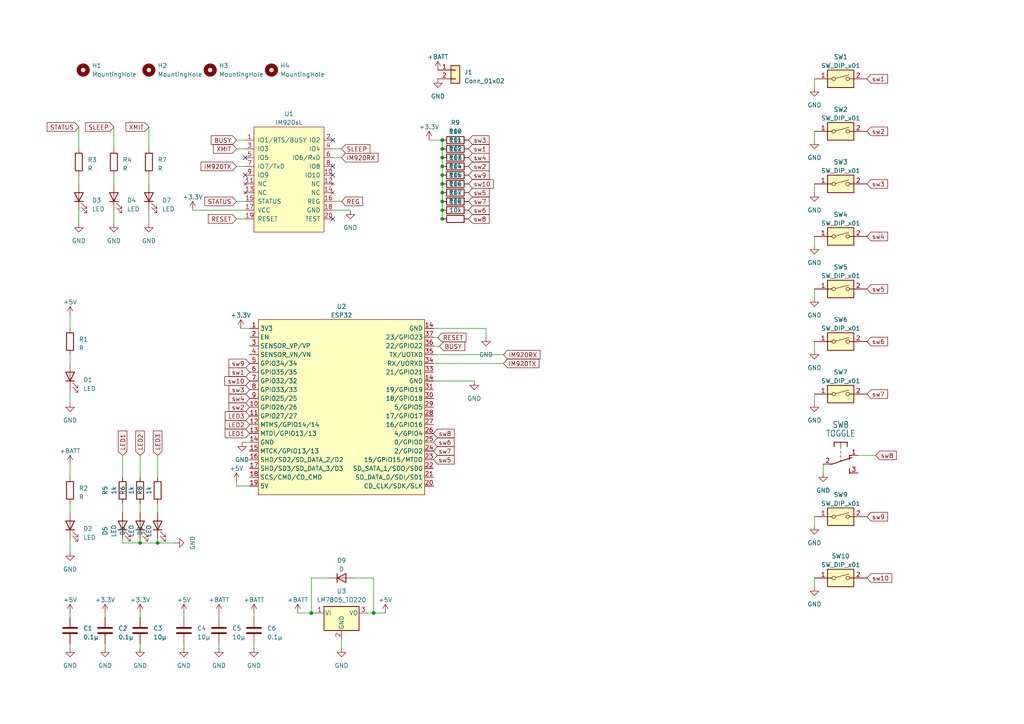
<source format=kicad_sch>
(kicad_sch (version 20230121) (generator eeschema)
  (paper "A4")
  (lib_symbols
    (symbol "Connector_Generic:Conn_01x02" (pin_names (offset 1.016) hide)
      (property "Reference" "J" (at 0 2.54 0))
      (property "Value" "Conn_01x02" (at 0 -5.08 0))
      (symbol "Conn_01x02_1_1"
        (rectangle (start -1.27 -2.413) (end 0 -2.667) (stroke (width 0.1524)))
        (rectangle (start -1.27 0.127) (end 0 -0.127) (stroke (width 0.1524)))
        (rectangle (start -1.27 1.27) (end 1.27 -3.81) (stroke (width 0.254)) (fill (type background)))
        (pin passive line (at -5.08 0 0) (length 3.81) (name "Pin_1") (number "1"))
        (pin passive line (at -5.08 -2.54 0) (length 3.81) (name "Pin_2") (number "2"))
      )
    )
    (symbol "Device:C" (pin_numbers hide) (pin_names (offset 0.254))
      (property "Reference" "C" (at 0.635 2.54 0))
      (property "Value" "C" (at 0.635 -2.54 0))
      (symbol "C_0_1"
        (polyline (pts (xy -2.032 -0.762) (xy 2.032 -0.762)) (stroke (width 0.508)))
        (polyline (pts (xy -2.032 0.762) (xy 2.032 0.762)) (stroke (width 0.508)))
      )
      (symbol "C_1_1"
        (pin passive line (at 0 3.81 270) (length 2.794) (name "~") (number "1"))
        (pin passive line (at 0 -3.81 90) (length 2.794) (name "~") (number "2"))
      )
    )
    (symbol "Device:D" (pin_numbers hide) (pin_names (offset 1.016) hide)
      (property "Reference" "D" (at 0 2.54 0))
      (property "Value" "D" (at 0 -2.54 0))
      (symbol "D_0_1"
        (polyline (pts (xy -1.27 1.27) (xy -1.27 -1.27)) (stroke (width 0.254)))
        (polyline (pts (xy 1.27 0) (xy -1.27 0)))
        (polyline (pts (xy 1.27 1.27) (xy 1.27 -1.27) (xy -1.27 0) (xy 1.27 1.27)) (stroke (width 0.254)))
      )
      (symbol "D_1_1"
        (pin passive line (at -3.81 0 0) (length 2.54) (name "K") (number "1"))
        (pin passive line (at 3.81 0 180) (length 2.54) (name "A") (number "2"))
      )
    )
    (symbol "Device:LED" (pin_numbers hide) (pin_names (offset 1.016) hide)
      (property "Reference" "D" (at 0 2.54 0))
      (property "Value" "LED" (at 0 -2.54 0))
      (symbol "LED_0_1"
        (polyline (pts (xy -1.27 -1.27) (xy -1.27 1.27)) (stroke (width 0.254)))
        (polyline (pts (xy -1.27 0) (xy 1.27 0)))
        (polyline (pts (xy 1.27 -1.27) (xy 1.27 1.27) (xy -1.27 0) (xy 1.27 -1.27)) (stroke (width 0.254)))
        (polyline (pts (xy -3.048 -0.762) (xy -4.572 -2.286) (xy -3.81 -2.286) (xy -4.572 -2.286) (xy -4.572 -1.524)))
        (polyline (pts (xy -1.778 -0.762) (xy -3.302 -2.286) (xy -2.54 -2.286) (xy -3.302 -2.286) (xy -3.302 -1.524)))
      )
      (symbol "LED_1_1"
        (pin passive line (at -3.81 0 0) (length 2.54) (name "K") (number "1"))
        (pin passive line (at 3.81 0 180) (length 2.54) (name "A") (number "2"))
      )
    )
    (symbol "Device:R" (pin_numbers hide) (pin_names (offset 0))
      (property "Reference" "R" (at 2.032 0 90))
      (property "Value" "R" (at 0 0 90))
      (symbol "R_0_1"
        (rectangle (start -1.016 -2.54) (end 1.016 2.54) (stroke (width 0.254)))
      )
      (symbol "R_1_1"
        (pin passive line (at 0 3.81 270) (length 1.27) (name "~") (number "1"))
        (pin passive line (at 0 -3.81 90) (length 1.27) (name "~") (number "2"))
      )
    )
    (symbol "ESP32:ESP32"
      (property "Reference" "U" (at 0 0 0))
      (property "Value" "ESP32" (at 0 0 0))
      (symbol "ESP32_1_1"
        (rectangle (start -24.13 24.13) (end 24.13 -26.67) (fill (type background)))
        (pin power_out line (at -26.67 21.59 0) (length 2.54) (name "3V3") (number "1"))
        (pin bidirectional line (at -26.67 -1.27 0) (length 2.54) (name "GPIO26/26") (number "10"))
        (pin bidirectional line (at -26.67 -3.81 0) (length 2.54) (name "GPIO27/27") (number "11"))
        (pin bidirectional line (at -26.67 -6.35 0) (length 2.54) (name "MTMS/GPIO14/14") (number "12"))
        (pin bidirectional line (at -26.67 -8.89 0) (length 2.54) (name "MTDI/GPIO13/13") (number "13"))
        (pin power_out line (at -26.67 -11.43 0) (length 2.54) (name "GND") (number "14"))
        (pin power_out line (at 26.67 6.35 180) (length 2.54) (name "GND") (number "14"))
        (pin power_out line (at 26.67 21.59 180) (length 2.54) (name "GND") (number "14"))
        (pin bidirectional line (at -26.67 -13.97 0) (length 2.54) (name "MTCK/GPIO13/13") (number "15"))
        (pin bidirectional line (at -26.67 -16.51 0) (length 2.54) (name "SHD/SD2/SD_DATA_2/D2") (number "16"))
        (pin bidirectional line (at -26.67 -19.05 0) (length 2.54) (name "SHD/SD3/SD_DATA_3/D3") (number "17"))
        (pin bidirectional line (at -26.67 -21.59 0) (length 2.54) (name "SCS/CMD/CD_CMD") (number "18"))
        (pin power_out line (at -26.67 -24.13 0) (length 2.54) (name "5V") (number "19"))
        (pin input line (at -26.67 19.05 0) (length 2.54) (name "EN") (number "2"))
        (pin bidirectional line (at 26.67 -24.13 180) (length 2.54) (name "CD_CLK/SDK/SLK") (number "20"))
        (pin bidirectional line (at 26.67 -21.59 180) (length 2.54) (name "SD_DATA_0/SDI/SD1") (number "21"))
        (pin bidirectional line (at 26.67 -19.05 180) (length 2.54) (name "SD_SATA_1/SDO/SD0") (number "22"))
        (pin bidirectional line (at 26.67 -16.51 180) (length 2.54) (name "15/GPIO15/MTDO") (number "23"))
        (pin bidirectional line (at 26.67 -13.97 180) (length 2.54) (name "2/GPIO2") (number "24"))
        (pin bidirectional line (at 26.67 -11.43 180) (length 2.54) (name "0/GPIO0") (number "25"))
        (pin bidirectional line (at 26.67 -8.89 180) (length 2.54) (name "4/GPIO4") (number "26"))
        (pin bidirectional line (at 26.67 -6.35 180) (length 2.54) (name "16/GPIO16") (number "27"))
        (pin bidirectional line (at 26.67 -3.81 180) (length 2.54) (name "17/GPIO17") (number "28"))
        (pin bidirectional line (at 26.67 -1.27 180) (length 2.54) (name "5/GPIO5") (number "29"))
        (pin input line (at -26.67 16.51 0) (length 2.54) (name "SENSOR_VP/VP") (number "3"))
        (pin bidirectional line (at 26.67 1.27 180) (length 2.54) (name "18/GPIO18") (number "30"))
        (pin bidirectional line (at 26.67 3.81 180) (length 2.54) (name "19/GPIO19") (number "31"))
        (pin bidirectional line (at 26.67 8.89 180) (length 2.54) (name "21/GPIO21") (number "33"))
        (pin bidirectional line (at 26.67 11.43 180) (length 2.54) (name "RX/UORXD") (number "34"))
        (pin bidirectional line (at 26.67 13.97 180) (length 2.54) (name "TX/UOTXD") (number "35"))
        (pin bidirectional line (at 26.67 16.51 180) (length 2.54) (name "22/GPIO22") (number "36"))
        (pin bidirectional line (at 26.67 19.05 180) (length 2.54) (name "23/GPIO23") (number "37"))
        (pin input line (at -26.67 13.97 0) (length 2.54) (name "SENSOR_VN/VN") (number "4"))
        (pin bidirectional line (at -26.67 11.43 0) (length 2.54) (name "GPIO34/34") (number "5"))
        (pin bidirectional line (at -26.67 8.89 0) (length 2.54) (name "GPIO35/35") (number "6"))
        (pin bidirectional line (at -26.67 6.35 0) (length 2.54) (name "GPIO32/32") (number "7"))
        (pin bidirectional line (at -26.67 3.81 0) (length 2.54) (name "GPIO33/33") (number "8"))
        (pin bidirectional line (at -26.67 1.27 0) (length 2.54) (name "GPIO25/25") (number "9"))
      )
    )
    (symbol "Mechanical:MountingHole" (pin_names (offset 1.016))
      (property "Reference" "H" (at 0 5.08 0))
      (property "Value" "MountingHole" (at 0 3.175 0))
      (symbol "MountingHole_0_1"
        (circle (center 0 0) (radius 1.27) (stroke (width 1.27)))
      )
    )
    (symbol "Regulator_Linear:LM7805_TO220" (pin_names (offset 0.254))
      (property "Reference" "U" (at -3.81 3.175 0))
      (property "Value" "LM7805_TO220" (at 0 3.175 0))
      (symbol "LM7805_TO220_0_1"
        (rectangle (start -5.08 1.905) (end 5.08 -5.08) (stroke (width 0.254)) (fill (type background)))
      )
      (symbol "LM7805_TO220_1_1"
        (pin power_in line (at -7.62 0 0) (length 2.54) (name "VI") (number "1"))
        (pin power_in line (at 0 -7.62 90) (length 2.54) (name "GND") (number "2"))
        (pin power_out line (at 7.62 0 180) (length 2.54) (name "VO") (number "3"))
      )
    )
    (symbol "Switch:SW_DIP_x01" (pin_names (offset 0) hide)
      (property "Reference" "SW" (at 0 3.81 0))
      (property "Value" "SW_DIP_x01" (at 0 -3.81 0))
      (symbol "SW_DIP_x01_0_0"
        (circle (center -2.032 0) (radius 0.508))
        (polyline (pts (xy -1.524 0.127) (xy 2.3622 1.1684)))
        (circle (center 2.032 0) (radius 0.508))
      )
      (symbol "SW_DIP_x01_0_1"
        (rectangle (start -3.81 2.54) (end 3.81 -2.54) (stroke (width 0.254)) (fill (type background)))
      )
      (symbol "SW_DIP_x01_1_1"
        (pin passive line (at -7.62 0 0) (length 5.08) (name "~") (number "1"))
        (pin passive line (at 7.62 0 180) (length 5.08) (name "~") (number "2"))
      )
    )
    (symbol "interplan:IM920sL" (pin_names (offset 1.016))
      (property "Reference" "U" (at 0 15.24 0))
      (property "Value" "IM920sL" (at 0 -17.78 0))
      (symbol "IM920sL_0_1"
        (rectangle (start -10.16 13.97) (end 10.16 -16.51) (fill (type background)))
      )
      (symbol "IM920sL_1_1"
        (pin input line (at -12.7 10.16 0) (length 2.54) (name "IO1/RTS/BUSY") (number "1"))
        (pin input line (at 12.7 0 180) (length 2.54) (name "IO10") (number "10"))
        (pin no_connect line (at -12.7 -2.54 0) (length 2.54) (name "NC") (number "11"))
        (pin no_connect line (at 12.7 -2.54 180) (length 2.54) (name "NC") (number "12"))
        (pin no_connect line (at -12.7 -5.08 0) (length 2.54) (name "NC") (number "13"))
        (pin no_connect line (at 12.7 -5.08 180) (length 2.54) (name "NC") (number "14"))
        (pin input line (at -12.7 -7.62 0) (length 2.54) (name "STATUS") (number "15"))
        (pin input line (at 12.7 -7.62 180) (length 2.54) (name "REG") (number "16"))
        (pin input line (at -12.7 -10.16 0) (length 2.54) (name "VCC") (number "17"))
        (pin input line (at 12.7 -10.16 180) (length 2.54) (name "GND") (number "18"))
        (pin input line (at -12.7 -12.7 0) (length 2.54) (name "RESET") (number "19"))
        (pin input line (at 12.7 10.16 180) (length 2.54) (name "IO2") (number "2"))
        (pin input line (at 12.7 -12.7 180) (length 2.54) (name "TEST") (number "20"))
        (pin input line (at -12.7 7.62 0) (length 2.54) (name "IO3") (number "3"))
        (pin input line (at 12.7 7.62 180) (length 2.54) (name "IO4") (number "4"))
        (pin input line (at -12.7 5.08 0) (length 2.54) (name "IO5") (number "5"))
        (pin input line (at 12.7 5.08 180) (length 2.54) (name "IO6/RxD") (number "6"))
        (pin input line (at -12.7 2.54 0) (length 2.54) (name "IO7/TxD") (number "7"))
        (pin input line (at 12.7 2.54 180) (length 2.54) (name "IO8") (number "8"))
        (pin input line (at -12.7 0 0) (length 2.54) (name "IO9") (number "9"))
      )
    )
    (symbol "power:+3.3V" (power) (pin_names (offset 0))
      (property "Value" "+3.3V" (at 0 3.556 0))
      (symbol "+3.3V_0_1"
        (polyline (pts (xy -0.762 1.27) (xy 0 2.54)))
        (polyline (pts (xy 0 0) (xy 0 2.54)))
        (polyline (pts (xy 0 2.54) (xy 0.762 1.27)))
      )
      (symbol "+3.3V_1_1"
        (pin power_in line (at 0 0 90) (length 0) hide (name "+3.3V") (number "1"))
      )
    )
    (symbol "power:+5V" (power) (pin_names (offset 0))
      (property "Value" "+5V" (at 0 3.556 0))
      (symbol "+5V_0_1"
        (polyline (pts (xy -0.762 1.27) (xy 0 2.54)))
        (polyline (pts (xy 0 0) (xy 0 2.54)))
        (polyline (pts (xy 0 2.54) (xy 0.762 1.27)))
      )
      (symbol "+5V_1_1"
        (pin power_in line (at 0 0 90) (length 0) hide (name "+5V") (number "1"))
      )
    )
    (symbol "power:+BATT" (power) (pin_names (offset 0))
      (property "Value" "+BATT" (at 0 3.556 0))
      (symbol "+BATT_0_1"
        (polyline (pts (xy -0.762 1.27) (xy 0 2.54)))
        (polyline (pts (xy 0 0) (xy 0 2.54)))
        (polyline (pts (xy 0 2.54) (xy 0.762 1.27)))
      )
      (symbol "+BATT_1_1"
        (pin power_in line (at 0 0 90) (length 0) hide (name "+BATT") (number "1"))
      )
    )
    (symbol "power:GND" (power) (pin_names (offset 0))
      (property "Value" "GND" (at 0 -3.81 0))
      (symbol "GND_0_1"
        (polyline (pts (xy 0 0) (xy 0 -1.27) (xy 1.27 -1.27) (xy 0 -2.54) (xy -1.27 -1.27) (xy 0 -1.27)))
      )
      (symbol "GND_1_1"
        (pin power_in line (at 0 0 270) (length 0) hide (name "GND") (number "1"))
      )
    )
    (symbol "s-ken:TOGGLE"
      (property "Reference" "SW" (at -6.731 -2.667 90))
      (property "Value" "TOGGLE" (at 4.953 -5.08 90))
      (symbol "TOGGLE_1_0"
        (polyline (pts (xy -6.35 -1.905) (xy -5.08 -1.905)) (stroke (width 0.254)))
        (polyline (pts (xy -6.35 0) (xy -6.35 -1.905)) (stroke (width 0.254)))
        (polyline (pts (xy -6.35 0) (xy -4.445 0)) (stroke (width 0.1524)))
        (polyline (pts (xy -6.35 1.905) (xy -6.35 0)) (stroke (width 0.254)))
        (polyline (pts (xy -6.35 1.905) (xy -5.08 1.905)) (stroke (width 0.254)))
        (polyline (pts (xy -3.175 0) (xy -3.81 0)) (stroke (width 0.1524)))
        (polyline (pts (xy -2.54 2.54) (xy -2.54 3.175)) (stroke (width 0.254)))
        (polyline (pts (xy -2.54 2.54) (xy -1.27 2.54)) (stroke (width 0.254)))
        (polyline (pts (xy -1.905 0) (xy -2.54 0)) (stroke (width 0.1524)))
        (polyline (pts (xy -0.889 0) (xy -1.27 0)) (stroke (width 0.1524)))
        (polyline (pts (xy 0 -3.175) (xy 0 -2.54)) (stroke (width 0.254)))
        (polyline (pts (xy 0 -2.54) (xy -1.905 3.175)) (stroke (width 0.254)))
        (polyline (pts (xy 1.27 2.54) (xy 2.54 2.54)) (stroke (width 0.254)))
        (polyline (pts (xy 2.54 2.54) (xy 2.54 3.175)) (stroke (width 0.254)))
        (pin passive line (at -2.54 5.08 270) (length 2.54) (name "O") (number "1"))
        (pin passive line (at 0 -5.08 90) (length 2.54) (name "P") (number "2"))
        (pin passive line (at 2.54 5.08 270) (length 2.54) (name "S") (number "3"))
      )
    )
  )
  (junction (at 128.27 50.8))
  (junction (at 128.27 58.42))
  (junction (at 128.27 43.18))
  (junction (at 45.72 157.48))
  (junction (at 40.64 157.48))
  (junction (at 128.27 63.5))
  (junction (at 128.27 60.96))
  (junction (at 128.27 53.34))
  (junction (at 90.3116 177.8))
  (junction (at 128.27 45.72))
  (junction (at 108.3834 177.8))
  (junction (at 128.27 55.88))
  (junction (at 128.27 40.64))
  (junction (at 128.27 48.26))
  (no_connect (at 71.12 45.72))
  (no_connect (at 96.52 63.5))
  (no_connect (at 71.12 50.8))
  (no_connect (at 96.52 40.64))
  (no_connect (at 96.52 50.8))
  (no_connect (at 96.52 48.26))
  (wire (pts (xy 68.58 139.7) (xy 68.58 140.97)))
  (wire (pts (xy 35.56 148.59) (xy 35.56 146.05)))
  (wire (pts (xy 127 97.8755) (xy 125.73 97.8755)))
  (wire (pts (xy 95.25 167.64) (xy 90.3116 167.64)))
  (wire (pts (xy 124.46 110.4939) (xy 124.46 110.49)))
  (wire (pts (xy 43.18 50.8) (xy 43.18 53.34)))
  (wire (pts (xy 40.64 132.08) (xy 40.64 138.43)))
  (wire (pts (xy 236.22 55.88) (xy 236.22 53.34)))
  (wire (pts (xy 73.66 177.8) (xy 73.66 179.07)))
  (wire (pts (xy 63.5 177.8) (xy 63.5 179.07)))
  (wire (pts (xy 45.72 148.59) (xy 45.72 146.05)))
  (wire (pts (xy 90.3116 167.64) (xy 90.3116 177.8)))
  (wire (pts (xy 53.34 177.8) (xy 53.34 179.07)))
  (wire (pts (xy 125.73 95.25) (xy 140.97 95.25)))
  (wire (pts (xy 72.9782 128.27) (xy 72.39 128.27)))
  (wire (pts (xy 128.27 40.64) (xy 124.46 40.64)))
  (wire (pts (xy 53.34 186.69) (xy 53.34 187.96)))
  (wire (pts (xy 236.22 152.4) (xy 236.22 149.86)))
  (wire (pts (xy 68.58 48.26) (xy 71.12 48.26)))
  (wire (pts (xy 128.27 55.88) (xy 128.27 58.42)))
  (wire (pts (xy 90.3116 177.8) (xy 91.44 177.8)))
  (wire (pts (xy 72.9782 128.2739) (xy 72.9782 128.27)))
  (wire (pts (xy 102.87 167.64) (xy 108.3834 167.64)))
  (wire (pts (xy 96.52 45.72) (xy 99.06 45.72)))
  (wire (pts (xy 30.48 177.8) (xy 30.48 179.07)))
  (wire (pts (xy 128.27 50.8) (xy 128.27 53.34)))
  (wire (pts (xy 128.27 53.34) (xy 128.27 55.88)))
  (wire (pts (xy 20.32 113.03) (xy 20.32 116.84)))
  (wire (pts (xy 45.72 157.48) (xy 45.72 156.21)))
  (wire (pts (xy 50.8 157.48) (xy 45.72 157.48)))
  (wire (pts (xy 68.58 43.18) (xy 71.12 43.18)))
  (wire (pts (xy 35.56 132.08) (xy 35.56 138.43)))
  (wire (pts (xy 236.22 40.64) (xy 236.22 38.1)))
  (wire (pts (xy 128.2888 63.5) (xy 128.27 63.5)))
  (wire (pts (xy 99.06 43.18) (xy 96.52 43.18)))
  (wire (pts (xy 33.02 36.83) (xy 33.02 43.18)))
  (wire (pts (xy 30.48 186.69) (xy 30.48 187.96)))
  (wire (pts (xy 40.64 186.69) (xy 40.64 187.96)))
  (wire (pts (xy 43.18 36.83) (xy 43.18 43.18)))
  (wire (pts (xy 68.58 58.42) (xy 71.12 58.42)))
  (wire (pts (xy 128.27 63.5) (xy 128.27 60.96)))
  (wire (pts (xy 124.46 110.49) (xy 125.73 110.49)))
  (wire (pts (xy 125.73 100.4304) (xy 125.73 100.33)))
  (wire (pts (xy 20.32 177.8) (xy 20.32 179.07)))
  (wire (pts (xy 22.86 36.83) (xy 22.86 43.18)))
  (wire (pts (xy 68.58 140.97) (xy 72.39 140.97)))
  (wire (pts (xy 70.211 128.2739) (xy 72.9782 128.2739)))
  (wire (pts (xy 128.27 48.26) (xy 128.27 50.8)))
  (wire (pts (xy 22.86 60.96) (xy 22.86 64.77)))
  (wire (pts (xy 128.27 43.18) (xy 128.27 45.72)))
  (wire (pts (xy 68.58 63.5) (xy 71.12 63.5)))
  (wire (pts (xy 108.3834 177.8) (xy 111.76 177.8)))
  (wire (pts (xy 106.68 177.8) (xy 108.3834 177.8)))
  (wire (pts (xy 43.18 60.96) (xy 43.18 64.77)))
  (wire (pts (xy 45.72 132.08) (xy 45.72 138.43)))
  (wire (pts (xy 128.27 40.64) (xy 128.27 43.18)))
  (wire (pts (xy 127.4781 100.4304) (xy 125.73 100.4304)))
  (wire (pts (xy 238.76 137.16) (xy 238.76 134.62)))
  (wire (pts (xy 72.39 95.25) (xy 69.85 95.25)))
  (wire (pts (xy 40.64 177.8) (xy 40.64 179.07)))
  (wire (pts (xy 96.52 60.96) (xy 101.6 60.96)))
  (wire (pts (xy 55.88 60.96) (xy 71.12 60.96)))
  (wire (pts (xy 20.32 156.21) (xy 20.32 160.02)))
  (wire (pts (xy 137.5581 110.4939) (xy 124.46 110.4939)))
  (wire (pts (xy 40.64 157.48) (xy 35.56 157.48)))
  (wire (pts (xy 40.64 148.59) (xy 40.64 146.05)))
  (wire (pts (xy 20.32 134.62) (xy 20.32 138.43)))
  (wire (pts (xy 108.3834 167.64) (xy 108.3834 177.8)))
  (wire (pts (xy 86.36 177.8) (xy 90.3116 177.8)))
  (wire (pts (xy 236.22 86.36) (xy 236.22 83.82)))
  (wire (pts (xy 33.02 50.8) (xy 33.02 53.34)))
  (wire (pts (xy 254 132.08) (xy 248.92 132.08)))
  (wire (pts (xy 128.27 58.42) (xy 128.27 60.96)))
  (wire (pts (xy 125.73 102.87) (xy 146.05 102.87)))
  (wire (pts (xy 99.06 58.42) (xy 96.52 58.42)))
  (wire (pts (xy 35.56 157.48) (xy 35.56 156.21)))
  (wire (pts (xy 236.22 25.4) (xy 236.22 22.86)))
  (wire (pts (xy 125.73 97.8755) (xy 125.73 97.79)))
  (wire (pts (xy 128.27 45.72) (xy 128.27 48.26)))
  (wire (pts (xy 40.64 157.48) (xy 40.64 156.21)))
  (wire (pts (xy 20.32 91.44) (xy 20.32 95.25)))
  (wire (pts (xy 20.32 186.69) (xy 20.32 187.96)))
  (wire (pts (xy 140.97 95.25) (xy 140.97 97.79)))
  (wire (pts (xy 99.06 185.42) (xy 99.06 187.96)))
  (wire (pts (xy 68.58 40.64) (xy 71.12 40.64)))
  (wire (pts (xy 236.22 101.6) (xy 236.22 99.06)))
  (wire (pts (xy 22.86 50.8) (xy 22.86 53.34)))
  (wire (pts (xy 236.22 71.12) (xy 236.22 68.58)))
  (wire (pts (xy 236.22 170.18) (xy 236.22 167.64)))
  (wire (pts (xy 236.22 116.84) (xy 236.22 114.3)))
  (wire (pts (xy 125.73 105.41) (xy 146.05 105.41)))
  (wire (pts (xy 73.66 186.69) (xy 73.66 187.96)))
  (wire (pts (xy 20.32 146.05) (xy 20.32 148.59)))
  (wire (pts (xy 33.02 60.96) (xy 33.02 64.77)))
  (wire (pts (xy 63.5 186.69) (xy 63.5 187.96)))
  (wire (pts (xy 45.72 157.48) (xy 40.64 157.48)))
  (wire (pts (xy 20.32 102.87) (xy 20.32 105.41)))
  (global_label "LED3" (shape input) (at 45.72 132.08 90) (property "Intersheetrefs" "${INTERSHEET_REFS}" (effects hide)))
  (global_label "sw5" (shape input) (at 135.89 55.88 0) (property "Intersheetrefs" "${INTERSHEET_REFS}" (effects hide)))
  (global_label "sw10" (shape input) (at 251.46 167.64 0) (property "Intersheetrefs" "${INTERSHEET_REFS}" (effects hide)))
  (global_label "sw8" (shape input) (at 125.73 125.73 0) (property "Intersheetrefs" "${INTERSHEET_REFS}" (effects hide)))
  (global_label "sw1" (shape input) (at 251.46 22.86 0) (property "Intersheetrefs" "${INTERSHEET_REFS}" (effects hide)))
  (global_label "LED2" (shape input) (at 72.39 123.19 180) (property "Intersheetrefs" "${INTERSHEET_REFS}" (effects hide)))
  (global_label "REG" (shape input) (at 99.06 58.42 0) (property "Intersheetrefs" "${INTERSHEET_REFS}" (effects hide)))
  (global_label "XMIT" (shape input) (at 43.18 36.83 180) (property "Intersheetrefs" "${INTERSHEET_REFS}" (effects hide)))
  (global_label "sw10" (shape input) (at 72.39 110.49 180) (property "Intersheetrefs" "${INTERSHEET_REFS}" (effects hide)))
  (global_label "sw6" (shape input) (at 251.46 99.06 0) (property "Intersheetrefs" "${INTERSHEET_REFS}" (effects hide)))
  (global_label "IM920RX" (shape input) (at 146.05 102.87 0) (property "Intersheetrefs" "${INTERSHEET_REFS}" (effects hide)))
  (global_label "sw4" (shape input) (at 72.39 115.57 180) (property "Intersheetrefs" "${INTERSHEET_REFS}" (effects hide)))
  (global_label "IM920TX" (shape input) (at 146.05 105.41 0) (property "Intersheetrefs" "${INTERSHEET_REFS}" (effects hide)))
  (global_label "sw2" (shape input) (at 251.46 38.1 0) (property "Intersheetrefs" "${INTERSHEET_REFS}" (effects hide)))
  (global_label "RESET" (shape input) (at 68.58 63.5 180) (property "Intersheetrefs" "${INTERSHEET_REFS}" (effects hide)))
  (global_label "sw9" (shape input) (at 135.89 50.8 0) (property "Intersheetrefs" "${INTERSHEET_REFS}" (effects hide)))
  (global_label "LED3" (shape input) (at 72.39 120.65 180) (property "Intersheetrefs" "${INTERSHEET_REFS}" (effects hide)))
  (global_label "LED2" (shape input) (at 40.64 132.08 90) (property "Intersheetrefs" "${INTERSHEET_REFS}" (effects hide)))
  (global_label "sw4" (shape input) (at 251.46 68.58 0) (property "Intersheetrefs" "${INTERSHEET_REFS}" (effects hide)))
  (global_label "LED1" (shape input) (at 35.56 132.08 90) (property "Intersheetrefs" "${INTERSHEET_REFS}" (effects hide)))
  (global_label "LED1" (shape input) (at 72.39 125.73 180) (property "Intersheetrefs" "${INTERSHEET_REFS}" (effects hide)))
  (global_label "sw4" (shape input) (at 135.89 45.72 0) (property "Intersheetrefs" "${INTERSHEET_REFS}" (effects hide)))
  (global_label "BUSY" (shape input) (at 127.4781 100.4304 0) (property "Intersheetrefs" "${INTERSHEET_REFS}" (effects hide)))
  (global_label "sw9" (shape input) (at 72.39 105.41 180) (property "Intersheetrefs" "${INTERSHEET_REFS}" (effects hide)))
  (global_label "sw9" (shape input) (at 251.46 149.86 0) (property "Intersheetrefs" "${INTERSHEET_REFS}" (effects hide)))
  (global_label "sw8" (shape input) (at 254 132.08 0) (property "Intersheetrefs" "${INTERSHEET_REFS}" (effects hide)))
  (global_label "sw7" (shape input) (at 135.89 58.42 0) (property "Intersheetrefs" "${INTERSHEET_REFS}" (effects hide)))
  (global_label "sw3" (shape input) (at 72.39 113.03 180) (property "Intersheetrefs" "${INTERSHEET_REFS}" (effects hide)))
  (global_label "sw7" (shape input) (at 125.73 130.81 0) (property "Intersheetrefs" "${INTERSHEET_REFS}" (effects hide)))
  (global_label "SLEEP" (shape input) (at 33.02 36.83 180) (property "Intersheetrefs" "${INTERSHEET_REFS}" (effects hide)))
  (global_label "sw1" (shape input) (at 72.39 107.95 180) (property "Intersheetrefs" "${INTERSHEET_REFS}" (effects hide)))
  (global_label "BUSY" (shape input) (at 68.58 40.64 180) (property "Intersheetrefs" "${INTERSHEET_REFS}" (effects hide)))
  (global_label "sw3" (shape input) (at 135.89 40.64 0) (property "Intersheetrefs" "${INTERSHEET_REFS}" (effects hide)))
  (global_label "sw1" (shape input) (at 135.89 43.18 0) (property "Intersheetrefs" "${INTERSHEET_REFS}" (effects hide)))
  (global_label "sw6" (shape input) (at 125.73 128.27 0) (property "Intersheetrefs" "${INTERSHEET_REFS}" (effects hide)))
  (global_label "STATUS" (shape input) (at 22.86 36.83 180) (property "Intersheetrefs" "${INTERSHEET_REFS}" (effects hide)))
  (global_label "SLEEP" (shape input) (at 99.06 43.18 0) (property "Intersheetrefs" "${INTERSHEET_REFS}" (effects hide)))
  (global_label "sw3" (shape input) (at 251.46 53.34 0) (property "Intersheetrefs" "${INTERSHEET_REFS}" (effects hide)))
  (global_label "IM920RX" (shape input) (at 99.06 45.72 0) (property "Intersheetrefs" "${INTERSHEET_REFS}" (effects hide)))
  (global_label "sw7" (shape input) (at 251.46 114.3 0) (property "Intersheetrefs" "${INTERSHEET_REFS}" (effects hide)))
  (global_label "RESET" (shape input) (at 127 97.8755 0) (property "Intersheetrefs" "${INTERSHEET_REFS}" (effects hide)))
  (global_label "sw8" (shape input) (at 135.89 63.5 0) (property "Intersheetrefs" "${INTERSHEET_REFS}" (effects hide)))
  (global_label "sw6" (shape input) (at 135.89 60.96 0) (property "Intersheetrefs" "${INTERSHEET_REFS}" (effects hide)))
  (global_label "sw5" (shape input) (at 251.46 83.82 0) (property "Intersheetrefs" "${INTERSHEET_REFS}" (effects hide)))
  (global_label "STATUS" (shape input) (at 68.58 58.42 180) (property "Intersheetrefs" "${INTERSHEET_REFS}" (effects hide)))
  (global_label "sw2" (shape input) (at 135.89 48.26 0) (property "Intersheetrefs" "${INTERSHEET_REFS}" (effects hide)))
  (global_label "sw10" (shape input) (at 135.89 53.34 0) (property "Intersheetrefs" "${INTERSHEET_REFS}" (effects hide)))
  (global_label "IM920TX" (shape input) (at 68.58 48.26 180) (property "Intersheetrefs" "${INTERSHEET_REFS}" (effects hide)))
  (global_label "sw2" (shape input) (at 72.39 118.11 180) (property "Intersheetrefs" "${INTERSHEET_REFS}" (effects hide)))
  (global_label "sw5" (shape input) (at 125.73 133.35 0) (property "Intersheetrefs" "${INTERSHEET_REFS}" (effects hide)))
  (global_label "XMIT" (shape input) (at 68.58 43.18 180) (property "Intersheetrefs" "${INTERSHEET_REFS}" (effects hide)))
  (symbol (lib_id "interplan:IM920sL") (at 83.82 50.8 0) (unit 1)
    (property "Reference" "U1" (at 83.82 33.02 0))
    (property "Value" "IM920sL" (at 83.82 35.56 0))
    (property "Footprint" "interplan:IM920c-ADP_1" (effects hide))
  )
  (symbol (lib_id "ESP32:ESP32") (at 99.06 116.84 0) (unit 1)
    (property "Reference" "U2" (at 99.06 88.9 0))
    (property "Value" "ESP32" (at 99.06 91.44 0))
    (property "Footprint" "ESP32_fot:ESP32" (effects hide))
  )
  (symbol (lib_id "Device:C") (at 53.34 182.88 0) (unit 1)
    (property "Reference" "C4" (at 57.15 182.245 0) (effects (justify left)))
    (property "Value" "10μ" (at 57.15 184.785 0) (effects (justify left)))
    (property "Footprint" "Capacitor_THT:C_Disc_D3.0mm_W1.6mm_P2.50mm" (effects hide))
  )
  (symbol (lib_id "power:+BATT") (at 86.36 177.8 0) (unit 1)
    (property "Reference" "#PWR025" (effects hide))
    (property "Value" "+BATT" (at 86.36 173.99 0))
  )
  (symbol (lib_id "power:GND") (at 236.22 116.84 0) (unit 1)
    (property "Reference" "#PWR040" (effects hide))
    (property "Value" "GND" (at 236.22 121.92 0))
  )
  (symbol (lib_id "power:GND") (at 73.66 187.96 0) (unit 1)
    (property "Reference" "#PWR024" (effects hide))
    (property "Value" "GND" (at 73.66 193.04 0))
  )
  (symbol (lib_id "Connector_Generic:Conn_01x02") (at 132.08 20.32 0) (unit 1)
    (property "Reference" "J1" (at 134.62 20.955 0) (effects (justify left)))
    (property "Value" "Conn_01x02" (at 134.62 23.495 0) (effects (justify left)))
    (property "Footprint" "Connector_AMASS:AMASS_XT30PW-M_1x02_P2.50mm_Horizontal" (effects hide))
  )
  (symbol (lib_id "Device:LED") (at 43.18 57.15 90) (unit 1)
    (property "Reference" "D7" (at 46.99 58.1025 90) (effects (justify right)))
    (property "Value" "LED" (at 46.99 60.6425 90) (effects (justify right)))
    (property "Footprint" "LED_THT:LED_D3.0mm" (effects hide))
  )
  (symbol (lib_id "Device:R") (at 35.56 142.24 0) (unit 1)
    (property "Reference" "R5" (at 30.48 142.24 90))
    (property "Value" "1k" (at 33.02 142.24 90))
    (property "Footprint" "Resistor_THT:R_Axial_DIN0204_L3.6mm_D1.6mm_P7.62mm_Horizontal" (effects hide))
  )
  (symbol (lib_id "power:+BATT") (at 63.5 177.8 0) (unit 1)
    (property "Reference" "#PWR018" (effects hide))
    (property "Value" "+BATT" (at 63.5 173.99 0))
  )
  (symbol (lib_id "Device:R") (at 132.08 45.72 270) (unit 1)
    (property "Reference" "R11" (at 132.08 40.64 90))
    (property "Value" "10k" (at 132.08 43.18 90))
    (property "Footprint" "Resistor_THT:R_Axial_DIN0204_L3.6mm_D1.6mm_P7.62mm_Horizontal" (effects hide))
  )
  (symbol (lib_id "power:GND") (at 101.6 60.96 0) (unit 1)
    (property "Reference" "#PWR027" (effects hide))
    (property "Value" "GND" (at 101.6 66.04 0))
  )
  (symbol (lib_id "Device:R") (at 132.08 60.96 270) (unit 1)
    (property "Reference" "R17" (at 132.08 55.88 90))
    (property "Value" "10k" (at 132.08 58.42 90))
    (property "Footprint" "Resistor_THT:R_Axial_DIN0204_L3.6mm_D1.6mm_P7.62mm_Horizontal" (effects hide))
  )
  (symbol (lib_id "Device:C") (at 63.5 182.88 0) (unit 1)
    (property "Reference" "C5" (at 67.31 182.245 0) (effects (justify left)))
    (property "Value" "10μ" (at 67.31 184.785 0) (effects (justify left)))
    (property "Footprint" "Capacitor_THT:C_Disc_D3.0mm_W1.6mm_P2.50mm" (effects hide))
  )
  (symbol (lib_id "power:GND") (at 236.22 86.36 0) (unit 1)
    (property "Reference" "#PWR038" (effects hide))
    (property "Value" "GND" (at 236.22 91.44 0))
  )
  (symbol (lib_id "Device:R") (at 132.08 63.5 270) (unit 1)
    (property "Reference" "R18" (at 132.08 58.42 90))
    (property "Value" "10k" (at 132.08 60.96 90))
    (property "Footprint" "Resistor_THT:R_Axial_DIN0204_L3.6mm_D1.6mm_P7.62mm_Horizontal" (effects hide))
  )
  (symbol (lib_id "power:+3.3V") (at 69.85 95.25 0) (unit 1)
    (property "Reference" "#PWR021" (effects hide))
    (property "Value" "+3.3V" (at 69.85 91.44 0))
  )
  (symbol (lib_id "Device:LED") (at 20.32 109.22 90) (unit 1)
    (property "Reference" "D1" (at 24.13 110.1725 90) (effects (justify right)))
    (property "Value" "LED" (at 24.13 112.7125 90) (effects (justify right)))
    (property "Footprint" "LED_THT:LED_D3.0mm" (effects hide))
  )
  (symbol (lib_id "power:GND") (at 70.211 128.2739 0) (unit 1)
    (property "Reference" "#PWR022" (effects hide))
    (property "Value" "GND" (at 70.211 133.3539 0))
  )
  (symbol (lib_id "power:GND") (at 30.48 187.96 0) (unit 1)
    (property "Reference" "#PWR09" (effects hide))
    (property "Value" "GND" (at 30.48 193.04 0))
  )
  (symbol (lib_id "power:GND") (at 238.76 137.16 0) (unit 1)
    (property "Reference" "#PWR043" (effects hide))
    (property "Value" "GND" (at 238.76 142.24 0))
  )
  (symbol (lib_id "Device:C") (at 73.66 182.88 0) (unit 1)
    (property "Reference" "C6" (at 77.47 182.245 0) (effects (justify left)))
    (property "Value" "0.1μ" (at 77.47 184.785 0) (effects (justify left)))
    (property "Footprint" "Capacitor_THT:C_Disc_D3.0mm_W1.6mm_P2.50mm" (effects hide))
  )
  (symbol (lib_id "Device:R") (at 43.18 46.99 180) (unit 1)
    (property "Reference" "R7" (at 45.72 46.355 0) (effects (justify right)))
    (property "Value" "R" (at 45.72 48.895 0) (effects (justify right)))
    (property "Footprint" "Resistor_THT:R_Axial_DIN0204_L3.6mm_D1.6mm_P7.62mm_Horizontal" (effects hide))
  )
  (symbol (lib_id "Device:R") (at 132.08 48.26 270) (unit 1)
    (property "Reference" "R12" (at 132.08 43.18 90))
    (property "Value" "10k" (at 132.08 45.72 90))
    (property "Footprint" "Resistor_THT:R_Axial_DIN0204_L3.6mm_D1.6mm_P7.62mm_Horizontal" (effects hide))
  )
  (symbol (lib_id "Device:R") (at 132.08 58.42 270) (unit 1)
    (property "Reference" "R16" (at 132.08 53.34 90))
    (property "Value" "10k" (at 132.08 55.88 90))
    (property "Footprint" "Resistor_THT:R_Axial_DIN0204_L3.6mm_D1.6mm_P7.62mm_Horizontal" (effects hide))
  )
  (symbol (lib_id "Device:R") (at 40.64 142.24 0) (unit 1)
    (property "Reference" "R6" (at 35.56 142.24 90))
    (property "Value" "1k" (at 38.1 142.24 90))
    (property "Footprint" "Resistor_THT:R_Axial_DIN0204_L3.6mm_D1.6mm_P7.62mm_Horizontal" (effects hide))
  )
  (symbol (lib_id "Device:R") (at 45.72 142.24 0) (unit 1)
    (property "Reference" "R8" (at 40.64 142.24 90))
    (property "Value" "1k" (at 43.18 142.24 90))
    (property "Footprint" "Resistor_THT:R_Axial_DIN0204_L3.6mm_D1.6mm_P7.62mm_Horizontal" (effects hide))
  )
  (symbol (lib_id "Device:LED") (at 20.32 152.4 90) (unit 1)
    (property "Reference" "D2" (at 24.13 153.3525 90) (effects (justify right)))
    (property "Value" "LED" (at 24.13 155.8925 90) (effects (justify right)))
    (property "Footprint" "LED_THT:LED_D3.0mm" (effects hide))
  )
  (symbol (lib_id "power:+3.3V") (at 40.64 177.8 0) (unit 1)
    (property "Reference" "#PWR011" (effects hide))
    (property "Value" "+3.3V" (at 40.64 173.99 0))
  )
  (symbol (lib_id "Device:R") (at 132.08 53.34 270) (unit 1)
    (property "Reference" "R14" (at 132.08 48.26 90))
    (property "Value" "10k" (at 132.08 50.8 90))
    (property "Footprint" "Resistor_THT:R_Axial_DIN0204_L3.6mm_D1.6mm_P7.62mm_Horizontal" (effects hide))
  )
  (symbol (lib_id "power:GND") (at 22.86 64.77 0) (unit 1)
    (property "Reference" "#PWR07" (effects hide))
    (property "Value" "GND" (at 22.86 69.85 0))
  )
  (symbol (lib_id "Switch:SW_DIP_x01") (at 243.84 83.82 0) (unit 1)
    (property "Reference" "SW5" (at 243.84 77.47 0))
    (property "Value" "SW_DIP_x01" (at 243.84 80.01 0))
    (property "Footprint" "Button_Switch_THT:SW_PUSH-12mm" (effects hide))
  )
  (symbol (lib_id "Device:R") (at 132.08 55.88 270) (unit 1)
    (property "Reference" "R15" (at 132.08 50.8 90))
    (property "Value" "10k" (at 132.08 53.34 90))
    (property "Footprint" "Resistor_THT:R_Axial_DIN0204_L3.6mm_D1.6mm_P7.62mm_Horizontal" (effects hide))
  )
  (symbol (lib_id "Mechanical:MountingHole") (at 78.74 20.32 0) (unit 1)
    (property "Reference" "H4" (at 81.28 19.0499 0) (effects (justify left)))
    (property "Value" "MountingHole" (at 81.28 21.5899 0) (effects (justify left)))
    (property "Footprint" "MountingHole:MountingHole_3.2mm_M3" (effects hide))
  )
  (symbol (lib_id "power:GND") (at 20.32 116.84 0) (unit 1)
    (property "Reference" "#PWR02" (effects hide))
    (property "Value" "GND" (at 20.32 121.92 0))
  )
  (symbol (lib_id "Device:C") (at 40.64 182.88 0) (unit 1)
    (property "Reference" "C3" (at 44.45 182.245 0) (effects (justify left)))
    (property "Value" "10μ" (at 44.45 184.785 0) (effects (justify left)))
    (property "Footprint" "Capacitor_THT:C_Disc_D3.0mm_W1.6mm_P2.50mm" (effects hide))
  )
  (symbol (lib_id "Switch:SW_DIP_x01") (at 243.84 149.86 0) (unit 1)
    (property "Reference" "SW9" (at 243.84 143.51 0))
    (property "Value" "SW_DIP_x01" (at 243.84 146.05 0))
    (property "Footprint" "Button_Switch_THT:SW_PUSH-12mm" (effects hide))
  )
  (symbol (lib_id "power:+3.3V") (at 30.48 177.8 0) (unit 1)
    (property "Reference" "#PWR08" (effects hide))
    (property "Value" "+3.3V" (at 30.48 173.99 0))
  )
  (symbol (lib_id "power:GND") (at 236.22 40.64 0) (unit 1)
    (property "Reference" "#PWR035" (effects hide))
    (property "Value" "GND" (at 236.22 45.72 0))
  )
  (symbol (lib_id "Regulator_Linear:LM7805_TO220") (at 99.06 177.8 0) (unit 1)
    (property "Reference" "U3" (at 99.06 171.45 0))
    (property "Value" "LM7805_TO220" (at 99.06 173.99 0))
    (property "Footprint" "Package_TO_SOT_THT:TO-220-3_Vertical" (effects hide))
    (property "Datasheet" "https://www.onsemi.cn/PowerSolutions/document/MC7800-D.PDF" (effects hide))
  )
  (symbol (lib_id "Device:R") (at 132.08 50.8 270) (unit 1)
    (property "Reference" "R13" (at 132.08 45.72 90))
    (property "Value" "10k" (at 132.08 48.26 90))
    (property "Footprint" "Resistor_THT:R_Axial_DIN0204_L3.6mm_D1.6mm_P7.62mm_Horizontal" (effects hide))
  )
  (symbol (lib_id "Mechanical:MountingHole") (at 60.96 20.32 0) (unit 1)
    (property "Reference" "H3" (at 63.5 19.0499 0) (effects (justify left)))
    (property "Value" "MountingHole" (at 63.5 21.5899 0) (effects (justify left)))
    (property "Footprint" "MountingHole:MountingHole_3.2mm_M3" (effects hide))
  )
  (symbol (lib_id "Mechanical:MountingHole") (at 24.13 20.32 0) (unit 1)
    (property "Reference" "H1" (at 26.67 19.05 0) (effects (justify left)))
    (property "Value" "MountingHole" (at 26.67 21.5899 0) (effects (justify left)))
    (property "Footprint" "MountingHole:MountingHole_3.2mm_M3" (effects hide))
  )
  (symbol (lib_id "Switch:SW_DIP_x01") (at 243.84 22.86 0) (unit 1)
    (property "Reference" "SW1" (at 243.84 16.51 0))
    (property "Value" "SW_DIP_x01" (at 243.84 19.05 0))
    (property "Footprint" "Button_Switch_THT:SW_PUSH-12mm" (effects hide))
  )
  (symbol (lib_id "Device:D") (at 99.06 167.64 0) (unit 1)
    (property "Reference" "D9" (at 99.06 162.56 0))
    (property "Value" "D" (at 99.06 165.1 0))
    (property "Footprint" "Diode_THT:D_DO-35_SOD27_P7.62mm_Horizontal" (effects hide))
    (property "Sim.Device" "D" (effects hide))
    (property "Sim.Pins" "1=K 2=A" (effects hide))
  )
  (symbol (lib_id "power:GND") (at 20.32 160.02 0) (unit 1)
    (property "Reference" "#PWR04" (effects hide))
    (property "Value" "GND" (at 20.32 165.1 0))
  )
  (symbol (lib_id "Switch:SW_DIP_x01") (at 243.84 167.64 0) (unit 1)
    (property "Reference" "SW10" (at 243.84 161.29 0))
    (property "Value" "SW_DIP_x01" (at 243.84 163.83 0))
    (property "Footprint" "Button_Switch_THT:SW_PUSH-12mm" (effects hide))
  )
  (symbol (lib_id "Switch:SW_DIP_x01") (at 243.84 99.06 0) (unit 1)
    (property "Reference" "SW6" (at 243.84 92.71 0))
    (property "Value" "SW_DIP_x01" (at 243.84 95.25 0))
    (property "Footprint" "Button_Switch_THT:SW_PUSH-12mm" (effects hide))
  )
  (symbol (lib_id "power:+5V") (at 20.32 91.44 0) (unit 1)
    (property "Reference" "#PWR01" (effects hide))
    (property "Value" "+5V" (at 20.32 87.63 0))
  )
  (symbol (lib_id "power:+3.3V") (at 124.46 40.64 0) (unit 1)
    (property "Reference" "#PWR029" (effects hide))
    (property "Value" "+3.3V" (at 124.46 36.83 0))
  )
  (symbol (lib_id "Device:R") (at 20.32 99.06 180) (unit 1)
    (property "Reference" "R1" (at 22.86 98.425 0) (effects (justify right)))
    (property "Value" "R" (at 22.86 100.965 0) (effects (justify right)))
    (property "Footprint" "Resistor_THT:R_Axial_DIN0204_L3.6mm_D1.6mm_P7.62mm_Horizontal" (effects hide))
  )
  (symbol (lib_id "power:GND") (at 50.8 157.48 90) (unit 1)
    (property "Reference" "#PWR014" (effects hide))
    (property "Value" "GND" (at 55.88 157.48 0))
  )
  (symbol (lib_id "Mechanical:MountingHole") (at 43.18 20.32 0) (unit 1)
    (property "Reference" "H2" (at 45.72 19.0499 0) (effects (justify left)))
    (property "Value" "MountingHole" (at 45.72 21.5899 0) (effects (justify left)))
    (property "Footprint" "MountingHole:MountingHole_3.2mm_M3" (effects hide))
  )
  (symbol (lib_id "Device:R") (at 132.08 40.64 270) (unit 1)
    (property "Reference" "R9" (at 132.08 35.56 90))
    (property "Value" "10k" (at 132.08 38.1 90))
    (property "Footprint" "Resistor_THT:R_Axial_DIN0204_L3.6mm_D1.6mm_P7.62mm_Horizontal" (effects hide))
  )
  (symbol (lib_id "Device:R") (at 33.02 46.99 180) (unit 1)
    (property "Reference" "R4" (at 35.56 46.355 0) (effects (justify right)))
    (property "Value" "R" (at 35.56 48.895 0) (effects (justify right)))
    (property "Footprint" "Resistor_THT:R_Axial_DIN0204_L3.6mm_D1.6mm_P7.62mm_Horizontal" (effects hide))
  )
  (symbol (lib_id "power:GND") (at 43.18 64.77 0) (unit 1)
    (property "Reference" "#PWR013" (effects hide))
    (property "Value" "GND" (at 43.18 69.85 0))
  )
  (symbol (lib_id "power:GND") (at 40.64 187.96 0) (unit 1)
    (property "Reference" "#PWR012" (effects hide))
    (property "Value" "GND" (at 40.64 193.04 0))
  )
  (symbol (lib_id "power:GND") (at 236.22 25.4 0) (unit 1)
    (property "Reference" "#PWR034" (effects hide))
    (property "Value" "GND" (at 236.22 30.48 0))
  )
  (symbol (lib_id "power:+5V") (at 68.58 139.7 0) (unit 1)
    (property "Reference" "#PWR020" (effects hide))
    (property "Value" "+5V" (at 68.58 135.89 0))
  )
  (symbol (lib_id "Device:R") (at 132.08 43.18 270) (unit 1)
    (property "Reference" "R10" (at 132.08 38.1 90))
    (property "Value" "10k" (at 132.08 40.64 90))
    (property "Footprint" "Resistor_THT:R_Axial_DIN0204_L3.6mm_D1.6mm_P7.62mm_Horizontal" (effects hide))
  )
  (symbol (lib_id "Device:LED") (at 33.02 57.15 90) (unit 1)
    (property "Reference" "D4" (at 36.83 58.1025 90) (effects (justify right)))
    (property "Value" "LED" (at 36.83 60.6425 90) (effects (justify right)))
    (property "Footprint" "LED_THT:LED_D3.0mm" (effects hide))
  )
  (symbol (lib_id "Switch:SW_DIP_x01") (at 243.84 68.58 0) (unit 1)
    (property "Reference" "SW4" (at 243.84 62.23 0))
    (property "Value" "SW_DIP_x01" (at 243.84 64.77 0))
    (property "Footprint" "Button_Switch_THT:SW_PUSH-12mm" (effects hide))
  )
  (symbol (lib_id "power:+3.3V") (at 55.88 60.96 0) (unit 1)
    (property "Reference" "#PWR017" (effects hide))
    (property "Value" "+3.3V" (at 55.88 57.15 0))
  )
  (symbol (lib_id "Device:R") (at 20.32 142.24 180) (unit 1)
    (property "Reference" "R2" (at 22.86 141.605 0) (effects (justify right)))
    (property "Value" "R" (at 22.86 144.145 0) (effects (justify right)))
    (property "Footprint" "Resistor_THT:R_Axial_DIN0204_L3.6mm_D1.6mm_P7.62mm_Horizontal" (effects hide))
  )
  (symbol (lib_id "Device:LED") (at 40.64 152.4 90) (unit 1)
    (property "Reference" "D6" (at 35.56 153.9875 0))
    (property "Value" "LED" (at 38.1 153.9875 0))
    (property "Footprint" "LED_THT:LED_D3.0mm" (effects hide))
  )
  (symbol (lib_id "power:GND") (at 236.22 55.88 0) (unit 1)
    (property "Reference" "#PWR036" (effects hide))
    (property "Value" "GND" (at 236.22 60.96 0))
  )
  (symbol (lib_id "power:GND") (at 236.22 71.12 0) (unit 1)
    (property "Reference" "#PWR037" (effects hide))
    (property "Value" "GND" (at 236.22 76.2 0))
  )
  (symbol (lib_id "power:+BATT") (at 73.66 177.8 0) (unit 1)
    (property "Reference" "#PWR023" (effects hide))
    (property "Value" "+BATT" (at 73.66 173.99 0))
  )
  (symbol (lib_id "Switch:SW_DIP_x01") (at 243.84 53.34 0) (unit 1)
    (property "Reference" "SW3" (at 243.84 46.99 0))
    (property "Value" "SW_DIP_x01" (at 243.84 49.53 0))
    (property "Footprint" "Button_Switch_THT:SW_PUSH-12mm" (effects hide))
  )
  (symbol (lib_id "power:GND") (at 63.5 187.96 0) (unit 1)
    (property "Reference" "#PWR019" (effects hide))
    (property "Value" "GND" (at 63.5 193.04 0))
  )
  (symbol (lib_id "power:+BATT") (at 20.32 134.62 0) (unit 1)
    (property "Reference" "#PWR03" (effects hide))
    (property "Value" "+BATT" (at 20.32 130.81 0))
  )
  (symbol (lib_id "s-ken:TOGGLE") (at 243.84 134.62 270) (unit 1)
    (property "Reference" "SW8" (at 243.84 123.19 90) (effects (font (size 1.778 1.5113))))
    (property "Value" "TOGGLE" (at 243.84 125.73 90) (effects (font (size 1.778 1.5113))))
    (property "Footprint" "Connector_PinHeader_2.54mm:PinHeader_1x03_P2.54mm_Vertical" (effects hide))
  )
  (symbol (lib_id "power:GND") (at 99.06 187.96 0) (unit 1)
    (property "Reference" "#PWR026" (effects hide))
    (property "Value" "GND" (at 99.06 193.04 0))
  )
  (symbol (lib_id "power:+5V") (at 53.34 177.8 0) (unit 1)
    (property "Reference" "#PWR015" (effects hide))
    (property "Value" "+5V" (at 53.34 173.99 0))
  )
  (symbol (lib_id "power:+5V") (at 20.32 177.8 0) (unit 1)
    (property "Reference" "#PWR05" (effects hide))
    (property "Value" "+5V" (at 20.32 173.99 0))
  )
  (symbol (lib_id "power:GND") (at 127 22.86 0) (unit 1)
    (property "Reference" "#PWR031" (effects hide))
    (property "Value" "GND" (at 127 27.94 0))
  )
  (symbol (lib_id "power:+5V") (at 111.76 177.8 0) (unit 1)
    (property "Reference" "#PWR028" (effects hide))
    (property "Value" "+5V" (at 111.76 173.99 0))
  )
  (symbol (lib_id "power:GND") (at 236.22 170.18 0) (unit 1)
    (property "Reference" "#PWR042" (effects hide))
    (property "Value" "GND" (at 236.22 175.26 0))
  )
  (symbol (lib_id "Device:C") (at 20.32 182.88 0) (unit 1)
    (property "Reference" "C1" (at 24.13 182.245 0) (effects (justify left)))
    (property "Value" "0.1μ" (at 24.13 184.785 0) (effects (justify left)))
    (property "Footprint" "Capacitor_THT:C_Disc_D3.0mm_W1.6mm_P2.50mm" (effects hide))
  )
  (symbol (lib_id "power:GND") (at 33.02 64.77 0) (unit 1)
    (property "Reference" "#PWR010" (effects hide))
    (property "Value" "GND" (at 33.02 69.85 0))
  )
  (symbol (lib_id "Device:LED") (at 45.72 152.4 90) (unit 1)
    (property "Reference" "D8" (at 40.64 153.9875 0))
    (property "Value" "LED" (at 43.18 153.9875 0))
    (property "Footprint" "LED_THT:LED_D3.0mm" (effects hide))
  )
  (symbol (lib_id "Device:LED") (at 22.86 57.15 90) (unit 1)
    (property "Reference" "D3" (at 26.67 58.1025 90) (effects (justify right)))
    (property "Value" "LED" (at 26.67 60.6425 90) (effects (justify right)))
    (property "Footprint" "LED_THT:LED_D3.0mm" (effects hide))
  )
  (symbol (lib_id "Device:R") (at 22.86 46.99 180) (unit 1)
    (property "Reference" "R3" (at 25.4 46.355 0) (effects (justify right)))
    (property "Value" "R" (at 25.4 48.895 0) (effects (justify right)))
    (property "Footprint" "Resistor_THT:R_Axial_DIN0204_L3.6mm_D1.6mm_P7.62mm_Horizontal" (effects hide))
  )
  (symbol (lib_id "power:GND") (at 20.32 187.96 0) (unit 1)
    (property "Reference" "#PWR06" (effects hide))
    (property "Value" "GND" (at 20.32 193.04 0))
  )
  (symbol (lib_id "power:GND") (at 53.34 187.96 0) (unit 1)
    (property "Reference" "#PWR016" (effects hide))
    (property "Value" "GND" (at 53.34 193.04 0))
  )
  (symbol (lib_id "power:GND") (at 236.22 152.4 0) (unit 1)
    (property "Reference" "#PWR041" (effects hide))
    (property "Value" "GND" (at 236.22 157.48 0))
  )
  (symbol (lib_id "power:GND") (at 236.22 101.6 0) (unit 1)
    (property "Reference" "#PWR039" (effects hide))
    (property "Value" "GND" (at 236.22 106.68 0))
  )
  (symbol (lib_id "power:GND") (at 140.97 97.79 0) (unit 1)
    (property "Reference" "#PWR033" (effects hide))
    (property "Value" "GND" (at 140.97 102.87 0))
  )
  (symbol (lib_id "Device:LED") (at 35.56 152.4 90) (unit 1)
    (property "Reference" "D5" (at 30.48 153.9875 0))
    (property "Value" "LED" (at 33.02 153.9875 0))
    (property "Footprint" "LED_THT:LED_D3.0mm" (effects hide))
  )
  (symbol (lib_id "Switch:SW_DIP_x01") (at 243.84 38.1 0) (unit 1)
    (property "Reference" "SW2" (at 243.84 31.75 0))
    (property "Value" "SW_DIP_x01" (at 243.84 34.29 0))
    (property "Footprint" "Button_Switch_THT:SW_PUSH-12mm" (effects hide))
  )
  (symbol (lib_id "power:GND") (at 137.5581 110.4939 0) (unit 1)
    (property "Reference" "#PWR032" (effects hide))
    (property "Value" "GND" (at 137.5581 115.5739 0))
  )
  (symbol (lib_id "power:+BATT") (at 127 20.32 0) (unit 1)
    (property "Reference" "#PWR030" (effects hide))
    (property "Value" "+BATT" (at 127 16.51 0))
  )
  (symbol (lib_id "Device:C") (at 30.48 182.88 0) (unit 1)
    (property "Reference" "C2" (at 34.29 182.245 0) (effects (justify left)))
    (property "Value" "0.1μ" (at 34.29 184.785 0) (effects (justify left)))
    (property "Footprint" "Capacitor_THT:C_Disc_D3.0mm_W1.6mm_P2.50mm" (effects hide))
  )
  (symbol (lib_id "Switch:SW_DIP_x01") (at 243.84 114.3 0) (unit 1)
    (property "Reference" "SW7" (at 243.84 107.95 0))
    (property "Value" "SW_DIP_x01" (at 243.84 110.49 0))
    (property "Footprint" "Button_Switch_THT:SW_PUSH-12mm" (effects hide))
  )
)
</source>
